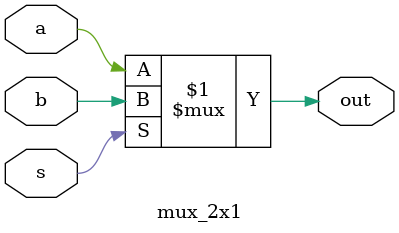
<source format=v>
/* Using Dataflow Model */

module mux_2x1(out, a, b, s);

output out;
input a, b, s;

assign out = s ? b : a;

endmodule

/*
module testbench;

reg a, b, s;
wire out;

mux_2x1 m1(out, a, b, s);

initial begin

s = 0; a = 1; b = 0;
#100 s = 1; a = 0; b = 1;

end

endmodule 
*/

</source>
